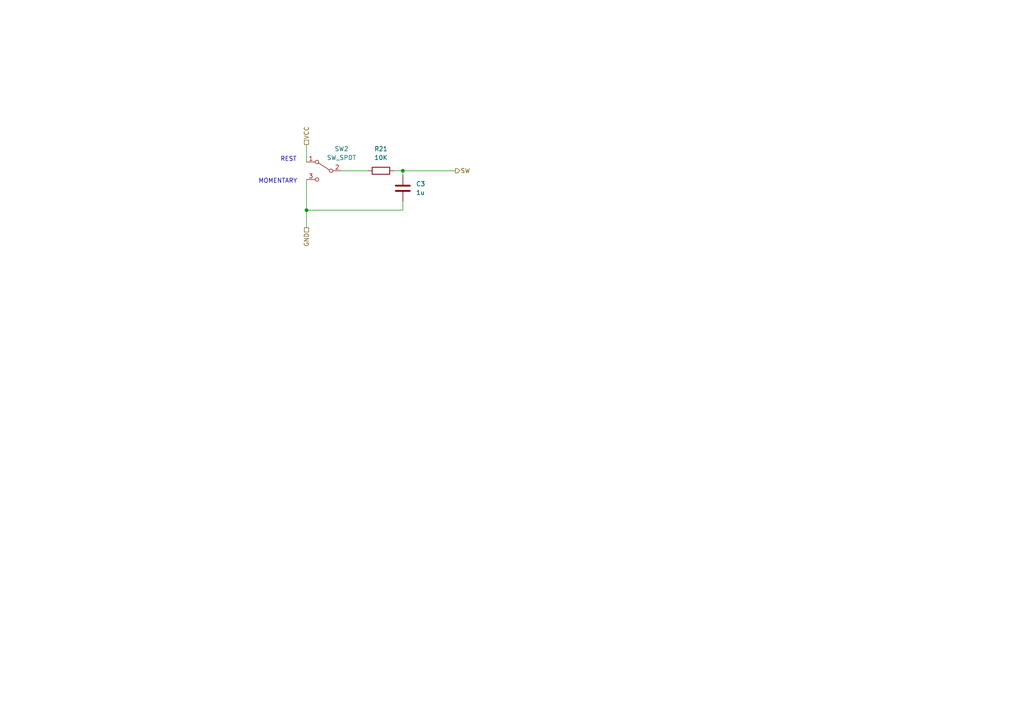
<source format=kicad_sch>
(kicad_sch (version 20230121) (generator eeschema)
  (paper "A4")
  (lib_symbols
    (symbol "Device:C" (pin_numbers hide) (pin_names (offset 0.254))
      (property "Reference" "C" (at 0.635 2.54 0))
      (property "Value" "C" (at 0.635 -2.54 0))
      (symbol "C_0_1"
        (polyline (pts (xy -2.032 -0.762) (xy 2.032 -0.762)) (stroke (width 0.508)))
        (polyline (pts (xy -2.032 0.762) (xy 2.032 0.762)) (stroke (width 0.508)))
      )
      (symbol "C_1_1"
        (pin passive line (at 0 3.81 270) (length 2.794) (name "~") (number "1"))
        (pin passive line (at 0 -3.81 90) (length 2.794) (name "~") (number "2"))
      )
    )
    (symbol "Device:R" (pin_numbers hide) (pin_names (offset 0))
      (property "Reference" "R" (at 2.032 0 90))
      (property "Value" "R" (at 0 0 90))
      (symbol "R_0_1"
        (rectangle (start -1.016 -2.54) (end 1.016 2.54) (stroke (width 0.254)))
      )
      (symbol "R_1_1"
        (pin passive line (at 0 3.81 270) (length 1.27) (name "~") (number "1"))
        (pin passive line (at 0 -3.81 90) (length 1.27) (name "~") (number "2"))
      )
    )
    (symbol "Switch:SW_SPDT" (pin_names (offset 0) hide)
      (property "Reference" "SW" (at 0 4.318 0))
      (property "Value" "SW_SPDT" (at 0 -5.08 0))
      (symbol "SW_SPDT_0_0"
        (circle (center -2.032 0) (radius 0.508))
        (circle (center 2.032 -2.54) (radius 0.508))
      )
      (symbol "SW_SPDT_0_1"
        (polyline (pts (xy -1.524 0.254) (xy 1.651 2.286)))
        (circle (center 2.032 2.54) (radius 0.508))
      )
      (symbol "SW_SPDT_1_1"
        (pin passive line (at 5.08 2.54 180) (length 2.54) (name "A") (number "1"))
        (pin passive line (at -5.08 0 0) (length 2.54) (name "B") (number "2"))
        (pin passive line (at 5.08 -2.54 180) (length 2.54) (name "C") (number "3"))
      )
    )
  )
  (junction (at 88.9 60.96))
  (junction (at 116.84 49.53))
  (wire (pts (xy 114.3 49.53) (xy 116.84 49.53)))
  (wire (pts (xy 88.9 41.91) (xy 88.9 46.99)))
  (wire (pts (xy 88.9 52.07) (xy 88.9 60.96)))
  (wire (pts (xy 116.84 60.96) (xy 88.9 60.96)))
  (wire (pts (xy 88.9 60.96) (xy 88.9 66.04)))
  (wire (pts (xy 116.84 58.42) (xy 116.84 60.96)))
  (wire (pts (xy 99.06 49.53) (xy 106.68 49.53)))
  (wire (pts (xy 116.84 49.53) (xy 132.08 49.53)))
  (wire (pts (xy 116.84 49.53) (xy 116.84 50.8)))
  (text "MOMENTARY" (at 74.93 53.34 0) (effects (font (size 1.27 1.27)) (justify left bottom)))
  (text "REST" (at 81.28 46.99 0) (effects (font (size 1.27 1.27)) (justify left bottom)))
  (hierarchical_label "GND" (shape passive) (at 88.9 66.04 270))
  (hierarchical_label "VCC" (shape passive) (at 88.9 41.91 90))
  (hierarchical_label "SW" (shape output) (at 132.08 49.53 0))
  (symbol (lib_id "Switch:SW_SPDT") (at 93.98 49.53 0) (mirror y) (unit 1)
    (property "Reference" "SW2" (at 99.06 43.18 0))
    (property "Value" "SW_SPDT" (at 99.06 45.72 0))
    (instances (project "bhalt" (path "" (reference "SW2") (unit 1))) (project "pdp11_front_panel" (path "" (reference "SW1") (unit 1)) (path "" (reference "SW4") (unit 1)) (path "" (reference "SW1") (unit 1)) (path "" (reference "SW3") (unit 1)) (path "" (reference "SW2") (unit 1))))
  )
  (symbol (lib_id "Device:C") (at 116.84 54.61 0) (unit 1)
    (property "Reference" "C3" (at 120.65 53.34 0) (effects (justify left)))
    (property "Value" "1u" (at 120.65 55.88 0) (effects (justify left)))
    (instances (project "pdp11_front_panel" (path "" (reference "C3") (unit 1)) (path "" (reference "C6") (unit 1)) (path "" (reference "C1") (unit 1)) (path "" (reference "C5") (unit 1)) (path "" (reference "C4") (unit 1))))
  )
  (symbol (lib_id "Device:R") (at 110.49 49.53 90) (unit 1)
    (property "Reference" "R21" (at 110.49 43.18 90))
    (property "Value" "10K" (at 110.49 45.72 90))
    (instances (project "pdp11_front_panel" (path "" (reference "R21") (unit 1)) (path "" (reference "R24") (unit 1)) (path "" (reference "R11") (unit 1)) (path "" (reference "R23") (unit 1)) (path "" (reference "R22") (unit 1))))
  )
)
</source>
